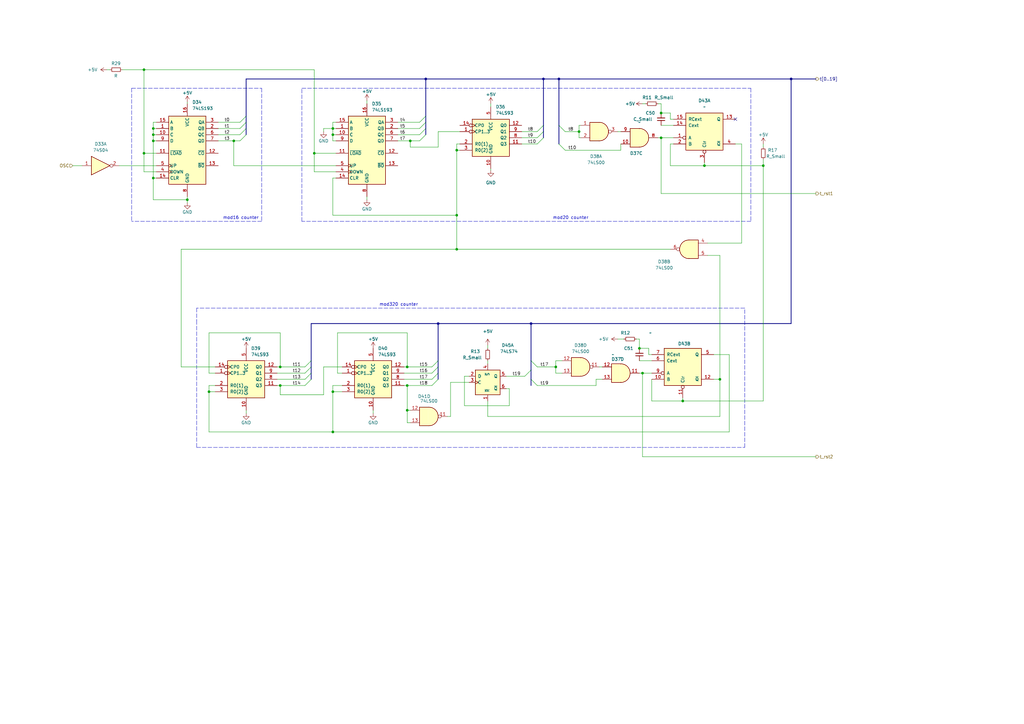
<source format=kicad_sch>
(kicad_sch (version 20211123) (generator eeschema)
  (paper "A3")
  (lib_symbols
    (symbol "74xx:74LS00" (pin_names (offset 1.016))
      (property "Reference" "U" (at 0 1.27 0))
      (property "Value" "74LS00" (at 0 -1.27 0))
      (symbol "74LS00_1_1"
        (arc (start 0 -3.81) (mid 3.81 0) (end 0 3.81) (stroke (width 0.254)) (fill (type background)))
        (polyline (pts (xy 0 3.81) (xy -3.81 3.81) (xy -3.81 -3.81) (xy 0 -3.81)) (stroke (width 0.254)) (fill (type background)))
        (pin input line (at -7.62 2.54 0) (length 3.81) (name "~") (number "1"))
        (pin input line (at -7.62 -2.54 0) (length 3.81) (name "~") (number "2"))
        (pin output inverted (at 7.62 0 180) (length 3.81) (name "~") (number "3"))
      )
      (symbol "74LS00_1_2"
        (arc (start -3.81 -3.81) (mid -2.589 0) (end -3.81 3.81) (stroke (width 0.254)))
        (arc (start -0.6096 -3.81) (mid 2.1842 -2.5851) (end 3.81 0) (stroke (width 0.254)) (fill (type background)))
        (polyline (pts (xy -3.81 -3.81) (xy -0.635 -3.81)) (stroke (width 0.254)) (fill (type background)))
        (polyline (pts (xy -3.81 3.81) (xy -0.635 3.81)) (stroke (width 0.254)) (fill (type background)))
        (polyline (pts (xy -0.635 3.81) (xy -3.81 3.81) (xy -3.81 3.81) (xy -3.556 3.4036) (xy -3.0226 2.2606) (xy -2.6924 1.0414) (xy -2.6162 -0.254) (xy -2.7686 -1.4986) (xy -3.175 -2.7178) (xy -3.81 -3.81) (xy -3.81 -3.81) (xy -0.635 -3.81)) (stroke (width -25.4)) (fill (type background)))
        (arc (start 3.81 0) (mid 2.1915 2.5936) (end -0.6096 3.81) (stroke (width 0.254)) (fill (type background)))
        (pin input inverted (at -7.62 2.54 0) (length 4.318) (name "~") (number "1"))
        (pin input inverted (at -7.62 -2.54 0) (length 4.318) (name "~") (number "2"))
        (pin output line (at 7.62 0 180) (length 3.81) (name "~") (number "3"))
      )
      (symbol "74LS00_2_1"
        (arc (start 0 -3.81) (mid 3.81 0) (end 0 3.81) (stroke (width 0.254)) (fill (type background)))
        (polyline (pts (xy 0 3.81) (xy -3.81 3.81) (xy -3.81 -3.81) (xy 0 -3.81)) (stroke (width 0.254)) (fill (type background)))
        (pin input line (at -7.62 2.54 0) (length 3.81) (name "~") (number "4"))
        (pin input line (at -7.62 -2.54 0) (length 3.81) (name "~") (number "5"))
        (pin output inverted (at 7.62 0 180) (length 3.81) (name "~") (number "6"))
      )
      (symbol "74LS00_2_2"
        (arc (start -3.81 -3.81) (mid -2.589 0) (end -3.81 3.81) (stroke (width 0.254)))
        (arc (start -0.6096 -3.81) (mid 2.1842 -2.5851) (end 3.81 0) (stroke (width 0.254)) (fill (type background)))
        (polyline (pts (xy -3.81 -3.81) (xy -0.635 -3.81)) (stroke (width 0.254)) (fill (type background)))
        (polyline (pts (xy -3.81 3.81) (xy -0.635 3.81)) (stroke (width 0.254)) (fill (type background)))
        (polyline (pts (xy -0.635 3.81) (xy -3.81 3.81) (xy -3.81 3.81) (xy -3.556 3.4036) (xy -3.0226 2.2606) (xy -2.6924 1.0414) (xy -2.6162 -0.254) (xy -2.7686 -1.4986) (xy -3.175 -2.7178) (xy -3.81 -3.81) (xy -3.81 -3.81) (xy -0.635 -3.81)) (stroke (width -25.4)) (fill (type background)))
        (arc (start 3.81 0) (mid 2.1915 2.5936) (end -0.6096 3.81) (stroke (width 0.254)) (fill (type background)))
        (pin input inverted (at -7.62 2.54 0) (length 4.318) (name "~") (number "4"))
        (pin input inverted (at -7.62 -2.54 0) (length 4.318) (name "~") (number "5"))
        (pin output line (at 7.62 0 180) (length 3.81) (name "~") (number "6"))
      )
      (symbol "74LS00_3_1"
        (arc (start 0 -3.81) (mid 3.81 0) (end 0 3.81) (stroke (width 0.254)) (fill (type background)))
        (polyline (pts (xy 0 3.81) (xy -3.81 3.81) (xy -3.81 -3.81) (xy 0 -3.81)) (stroke (width 0.254)) (fill (type background)))
        (pin input line (at -7.62 -2.54 0) (length 3.81) (name "~") (number "10"))
        (pin output inverted (at 7.62 0 180) (length 3.81) (name "~") (number "8"))
        (pin input line (at -7.62 2.54 0) (length 3.81) (name "~") (number "9"))
      )
      (symbol "74LS00_3_2"
        (arc (start -3.81 -3.81) (mid -2.589 0) (end -3.81 3.81) (stroke (width 0.254)))
        (arc (start -0.6096 -3.81) (mid 2.1842 -2.5851) (end 3.81 0) (stroke (width 0.254)) (fill (type background)))
        (polyline (pts (xy -3.81 -3.81) (xy -0.635 -3.81)) (stroke (width 0.254)) (fill (type background)))
        (polyline (pts (xy -3.81 3.81) (xy -0.635 3.81)) (stroke (width 0.254)) (fill (type background)))
        (polyline (pts (xy -0.635 3.81) (xy -3.81 3.81) (xy -3.81 3.81) (xy -3.556 3.4036) (xy -3.0226 2.2606) (xy -2.6924 1.0414) (xy -2.6162 -0.254) (xy -2.7686 -1.4986) (xy -3.175 -2.7178) (xy -3.81 -3.81) (xy -3.81 -3.81) (xy -0.635 -3.81)) (stroke (width -25.4)) (fill (type background)))
        (arc (start 3.81 0) (mid 2.1915 2.5936) (end -0.6096 3.81) (stroke (width 0.254)) (fill (type background)))
        (pin input inverted (at -7.62 -2.54 0) (length 4.318) (name "~") (number "10"))
        (pin output line (at 7.62 0 180) (length 3.81) (name "~") (number "8"))
        (pin input inverted (at -7.62 2.54 0) (length 4.318) (name "~") (number "9"))
      )
      (symbol "74LS00_4_1"
        (arc (start 0 -3.81) (mid 3.81 0) (end 0 3.81) (stroke (width 0.254)) (fill (type background)))
        (polyline (pts (xy 0 3.81) (xy -3.81 3.81) (xy -3.81 -3.81) (xy 0 -3.81)) (stroke (width 0.254)) (fill (type background)))
        (pin output inverted (at 7.62 0 180) (length 3.81) (name "~") (number "11"))
        (pin input line (at -7.62 2.54 0) (length 3.81) (name "~") (number "12"))
        (pin input line (at -7.62 -2.54 0) (length 3.81) (name "~") (number "13"))
      )
      (symbol "74LS00_4_2"
        (arc (start -3.81 -3.81) (mid -2.589 0) (end -3.81 3.81) (stroke (width 0.254)))
        (arc (start -0.6096 -3.81) (mid 2.1842 -2.5851) (end 3.81 0) (stroke (width 0.254)) (fill (type background)))
        (polyline (pts (xy -3.81 -3.81) (xy -0.635 -3.81)) (stroke (width 0.254)) (fill (type background)))
        (polyline (pts (xy -3.81 3.81) (xy -0.635 3.81)) (stroke (width 0.254)) (fill (type background)))
        (polyline (pts (xy -0.635 3.81) (xy -3.81 3.81) (xy -3.81 3.81) (xy -3.556 3.4036) (xy -3.0226 2.2606) (xy -2.6924 1.0414) (xy -2.6162 -0.254) (xy -2.7686 -1.4986) (xy -3.175 -2.7178) (xy -3.81 -3.81) (xy -3.81 -3.81) (xy -0.635 -3.81)) (stroke (width -25.4)) (fill (type background)))
        (arc (start 3.81 0) (mid 2.1915 2.5936) (end -0.6096 3.81) (stroke (width 0.254)) (fill (type background)))
        (pin output line (at 7.62 0 180) (length 3.81) (name "~") (number "11"))
        (pin input inverted (at -7.62 2.54 0) (length 4.318) (name "~") (number "12"))
        (pin input inverted (at -7.62 -2.54 0) (length 4.318) (name "~") (number "13"))
      )
      (symbol "74LS00_5_0"
        (pin power_in line (at 0 12.7 270) (length 5.08) (name "VCC") (number "14"))
        (pin power_in line (at 0 -12.7 90) (length 5.08) (name "GND") (number "7"))
      )
      (symbol "74LS00_5_1"
        (rectangle (start -5.08 7.62) (end 5.08 -7.62) (stroke (width 0.254)) (fill (type background)))
      )
    )
    (symbol "74xx:74LS04"
      (property "Reference" "U" (at 0 1.27 0))
      (property "Value" "74LS04" (at 0 -1.27 0))
      (symbol "74LS04_1_0"
        (polyline (pts (xy -3.81 3.81) (xy -3.81 -3.81) (xy 3.81 0) (xy -3.81 3.81)) (stroke (width 0.254)) (fill (type background)))
        (pin input line (at -7.62 0 0) (length 3.81) (name "~") (number "1"))
        (pin output inverted (at 7.62 0 180) (length 3.81) (name "~") (number "2"))
      )
      (symbol "74LS04_2_0"
        (polyline (pts (xy -3.81 3.81) (xy -3.81 -3.81) (xy 3.81 0) (xy -3.81 3.81)) (stroke (width 0.254)) (fill (type background)))
        (pin input line (at -7.62 0 0) (length 3.81) (name "~") (number "3"))
        (pin output inverted (at 7.62 0 180) (length 3.81) (name "~") (number "4"))
      )
      (symbol "74LS04_3_0"
        (polyline (pts (xy -3.81 3.81) (xy -3.81 -3.81) (xy 3.81 0) (xy -3.81 3.81)) (stroke (width 0.254)) (fill (type background)))
        (pin input line (at -7.62 0 0) (length 3.81) (name "~") (number "5"))
        (pin output inverted (at 7.62 0 180) (length 3.81) (name "~") (number "6"))
      )
      (symbol "74LS04_4_0"
        (polyline (pts (xy -3.81 3.81) (xy -3.81 -3.81) (xy 3.81 0) (xy -3.81 3.81)) (stroke (width 0.254)) (fill (type background)))
        (pin output inverted (at 7.62 0 180) (length 3.81) (name "~") (number "8"))
        (pin input line (at -7.62 0 0) (length 3.81) (name "~") (number "9"))
      )
      (symbol "74LS04_5_0"
        (polyline (pts (xy -3.81 3.81) (xy -3.81 -3.81) (xy 3.81 0) (xy -3.81 3.81)) (stroke (width 0.254)) (fill (type background)))
        (pin output inverted (at 7.62 0 180) (length 3.81) (name "~") (number "10"))
        (pin input line (at -7.62 0 0) (length 3.81) (name "~") (number "11"))
      )
      (symbol "74LS04_6_0"
        (polyline (pts (xy -3.81 3.81) (xy -3.81 -3.81) (xy 3.81 0) (xy -3.81 3.81)) (stroke (width 0.254)) (fill (type background)))
        (pin output inverted (at 7.62 0 180) (length 3.81) (name "~") (number "12"))
        (pin input line (at -7.62 0 0) (length 3.81) (name "~") (number "13"))
      )
      (symbol "74LS04_7_0"
        (pin power_in line (at 0 12.7 270) (length 5.08) (name "VCC") (number "14"))
        (pin power_in line (at 0 -12.7 90) (length 5.08) (name "GND") (number "7"))
      )
      (symbol "74LS04_7_1"
        (rectangle (start -5.08 7.62) (end 5.08 -7.62) (stroke (width 0.254)) (fill (type background)))
      )
    )
    (symbol "74xx:74LS08" (pin_names (offset 1.016))
      (property "Reference" "U" (at 0 1.27 0))
      (property "Value" "74LS08" (at 0 -1.27 0))
      (symbol "74LS08_1_1"
        (arc (start 0 -3.81) (mid 3.81 0) (end 0 3.81) (stroke (width 0.254)) (fill (type background)))
        (polyline (pts (xy 0 3.81) (xy -3.81 3.81) (xy -3.81 -3.81) (xy 0 -3.81)) (stroke (width 0.254)) (fill (type background)))
        (pin input line (at -7.62 2.54 0) (length 3.81) (name "~") (number "1"))
        (pin input line (at -7.62 -2.54 0) (length 3.81) (name "~") (number "2"))
        (pin output line (at 7.62 0 180) (length 3.81) (name "~") (number "3"))
      )
      (symbol "74LS08_1_2"
        (arc (start -3.81 -3.81) (mid -2.589 0) (end -3.81 3.81) (stroke (width 0.254)))
        (arc (start -0.6096 -3.81) (mid 2.1842 -2.5851) (end 3.81 0) (stroke (width 0.254)) (fill (type background)))
        (polyline (pts (xy -3.81 -3.81) (xy -0.635 -3.81)) (stroke (width 0.254)) (fill (type background)))
        (polyline (pts (xy -3.81 3.81) (xy -0.635 3.81)) (stroke (width 0.254)) (fill (type background)))
        (polyline (pts (xy -0.635 3.81) (xy -3.81 3.81) (xy -3.81 3.81) (xy -3.556 3.4036) (xy -3.0226 2.2606) (xy -2.6924 1.0414) (xy -2.6162 -0.254) (xy -2.7686 -1.4986) (xy -3.175 -2.7178) (xy -3.81 -3.81) (xy -3.81 -3.81) (xy -0.635 -3.81)) (stroke (width -25.4)) (fill (type background)))
        (arc (start 3.81 0) (mid 2.1915 2.5936) (end -0.6096 3.81) (stroke (width 0.254)) (fill (type background)))
        (pin input inverted (at -7.62 2.54 0) (length 4.318) (name "~") (number "1"))
        (pin input inverted (at -7.62 -2.54 0) (length 4.318) (name "~") (number "2"))
        (pin output inverted (at 7.62 0 180) (length 3.81) (name "~") (number "3"))
      )
      (symbol "74LS08_2_1"
        (arc (start 0 -3.81) (mid 3.81 0) (end 0 3.81) (stroke (width 0.254)) (fill (type background)))
        (polyline (pts (xy 0 3.81) (xy -3.81 3.81) (xy -3.81 -3.81) (xy 0 -3.81)) (stroke (width 0.254)) (fill (type background)))
        (pin input line (at -7.62 2.54 0) (length 3.81) (name "~") (number "4"))
        (pin input line (at -7.62 -2.54 0) (length 3.81) (name "~") (number "5"))
        (pin output line (at 7.62 0 180) (length 3.81) (name "~") (number "6"))
      )
      (symbol "74LS08_2_2"
        (arc (start -3.81 -3.81) (mid -2.589 0) (end -3.81 3.81) (stroke (width 0.254)))
        (arc (start -0.6096 -3.81) (mid 2.1842 -2.5851) (end 3.81 0) (stroke (width 0.254)) (fill (type background)))
        (polyline (pts (xy -3.81 -3.81) (xy -0.635 -3.81)) (stroke (width 0.254)) (fill (type background)))
        (polyline (pts (xy -3.81 3.81) (xy -0.635 3.81)) (stroke (width 0.254)) (fill (type background)))
        (polyline (pts (xy -0.635 3.81) (xy -3.81 3.81) (xy -3.81 3.81) (xy -3.556 3.4036) (xy -3.0226 2.2606) (xy -2.6924 1.0414) (xy -2.6162 -0.254) (xy -2.7686 -1.4986) (xy -3.175 -2.7178) (xy -3.81 -3.81) (xy -3.81 -3.81) (xy -0.635 -3.81)) (stroke (width -25.4)) (fill (type background)))
        (arc (start 3.81 0) (mid 2.1915 2.5936) (end -0.6096 3.81) (stroke (width 0.254)) (fill (type background)))
        (pin input inverted (at -7.62 2.54 0) (length 4.318) (name "~") (number "4"))
        (pin input inverted (at -7.62 -2.54 0) (length 4.318) (name "~") (number "5"))
        (pin output inverted (at 7.62 0 180) (length 3.81) (name "~") (number "6"))
      )
      (symbol "74LS08_3_1"
        (arc (start 0 -3.81) (mid 3.81 0) (end 0 3.81) (stroke (width 0.254)) (fill (type background)))
        (polyline (pts (xy 0 3.81) (xy -3.81 3.81) (xy -3.81 -3.81) (xy 0 -3.81)) (stroke (width 0.254)) (fill (type background)))
        (pin input line (at -7.62 -2.54 0) (length 3.81) (name "~") (number "10"))
        (pin output line (at 7.62 0 180) (length 3.81) (name "~") (number "8"))
        (pin input line (at -7.62 2.54 0) (length 3.81) (name "~") (number "9"))
      )
      (symbol "74LS08_3_2"
        (arc (start -3.81 -3.81) (mid -2.589 0) (end -3.81 3.81) (stroke (width 0.254)))
        (arc (start -0.6096 -3.81) (mid 2.1842 -2.5851) (end 3.81 0) (stroke (width 0.254)) (fill (type background)))
        (polyline (pts (xy -3.81 -3.81) (xy -0.635 -3.81)) (stroke (width 0.254)) (fill (type background)))
        (polyline (pts (xy -3.81 3.81) (xy -0.635 3.81)) (stroke (width 0.254)) (fill (type background)))
        (polyline (pts (xy -0.635 3.81) (xy -3.81 3.81) (xy -3.81 3.81) (xy -3.556 3.4036) (xy -3.0226 2.2606) (xy -2.6924 1.0414) (xy -2.6162 -0.254) (xy -2.7686 -1.4986) (xy -3.175 -2.7178) (xy -3.81 -3.81) (xy -3.81 -3.81) (xy -0.635 -3.81)) (stroke (width -25.4)) (fill (type background)))
        (arc (start 3.81 0) (mid 2.1915 2.5936) (end -0.6096 3.81) (stroke (width 0.254)) (fill (type background)))
        (pin input inverted (at -7.62 -2.54 0) (length 4.318) (name "~") (number "10"))
        (pin output inverted (at 7.62 0 180) (length 3.81) (name "~") (number "8"))
        (pin input inverted (at -7.62 2.54 0) (length 4.318) (name "~") (number "9"))
      )
      (symbol "74LS08_4_1"
        (arc (start 0 -3.81) (mid 3.81 0) (end 0 3.81) (stroke (width 0.254)) (fill (type background)))
        (polyline (pts (xy 0 3.81) (xy -3.81 3.81) (xy -3.81 -3.81) (xy 0 -3.81)) (stroke (width 0.254)) (fill (type background)))
        (pin output line (at 7.62 0 180) (length 3.81) (name "~") (number "11"))
        (pin input line (at -7.62 2.54 0) (length 3.81) (name "~") (number "12"))
        (pin input line (at -7.62 -2.54 0) (length 3.81) (name "~") (number "13"))
      )
      (symbol "74LS08_4_2"
        (arc (start -3.81 -3.81) (mid -2.589 0) (end -3.81 3.81) (stroke (width 0.254)))
        (arc (start -0.6096 -3.81) (mid 2.1842 -2.5851) (end 3.81 0) (stroke (width 0.254)) (fill (type background)))
        (polyline (pts (xy -3.81 -3.81) (xy -0.635 -3.81)) (stroke (width 0.254)) (fill (type background)))
        (polyline (pts (xy -3.81 3.81) (xy -0.635 3.81)) (stroke (width 0.254)) (fill (type background)))
        (polyline (pts (xy -0.635 3.81) (xy -3.81 3.81) (xy -3.81 3.81) (xy -3.556 3.4036) (xy -3.0226 2.2606) (xy -2.6924 1.0414) (xy -2.6162 -0.254) (xy -2.7686 -1.4986) (xy -3.175 -2.7178) (xy -3.81 -3.81) (xy -3.81 -3.81) (xy -0.635 -3.81)) (stroke (width -25.4)) (fill (type background)))
        (arc (start 3.81 0) (mid 2.1915 2.5936) (end -0.6096 3.81) (stroke (width 0.254)) (fill (type background)))
        (pin output inverted (at 7.62 0 180) (length 3.81) (name "~") (number "11"))
        (pin input inverted (at -7.62 2.54 0) (length 4.318) (name "~") (number "12"))
        (pin input inverted (at -7.62 -2.54 0) (length 4.318) (name "~") (number "13"))
      )
      (symbol "74LS08_5_0"
        (pin power_in line (at 0 12.7 270) (length 5.08) (name "VCC") (number "14"))
        (pin power_in line (at 0 -12.7 90) (length 5.08) (name "GND") (number "7"))
      )
      (symbol "74LS08_5_1"
        (rectangle (start -5.08 7.62) (end 5.08 -7.62) (stroke (width 0.254)) (fill (type background)))
      )
    )
    (symbol "74xx:74LS123" (pin_names (offset 1.016))
      (property "Reference" "U" (at -7.62 8.89 0))
      (property "Value" "74LS123" (at -7.62 -8.89 0))
      (symbol "74LS123_1_0"
        (pin input inverted (at -12.7 -2.54 0) (length 5.08) (name "A") (number "1"))
        (pin output line (at 12.7 5.08 180) (length 5.08) (name "Q") (number "13"))
        (pin input line (at -12.7 2.54 0) (length 5.08) (name "Cext") (number "14"))
        (pin input line (at -12.7 5.08 0) (length 5.08) (name "RCext") (number "15"))
        (pin input line (at -12.7 -5.08 0) (length 5.08) (name "B") (number "2"))
        (pin input inverted (at 0 -12.7 90) (length 5.08) (name "Clr") (number "3"))
        (pin output line (at 12.7 -5.08 180) (length 5.08) (name "~{Q}") (number "4"))
      )
      (symbol "74LS123_1_1"
        (rectangle (start -7.62 7.62) (end 7.62 -7.62) (stroke (width 0.254)) (fill (type background)))
      )
      (symbol "74LS123_2_0"
        (pin input line (at -12.7 -5.08 0) (length 5.08) (name "B") (number "10"))
        (pin input inverted (at 0 -12.7 90) (length 5.08) (name "Clr") (number "11"))
        (pin output line (at 12.7 -5.08 180) (length 5.08) (name "~{Q}") (number "12"))
        (pin output line (at 12.7 5.08 180) (length 5.08) (name "Q") (number "5"))
        (pin input line (at -12.7 2.54 0) (length 5.08) (name "Cext") (number "6"))
        (pin input line (at -12.7 5.08 0) (length 5.08) (name "RCext") (number "7"))
        (pin input inverted (at -12.7 -2.54 0) (length 5.08) (name "A") (number "9"))
      )
      (symbol "74LS123_2_1"
        (rectangle (start -7.62 7.62) (end 7.62 -7.62) (stroke (width 0.254)) (fill (type background)))
      )
      (symbol "74LS123_3_0"
        (pin power_in line (at 0 12.7 270) (length 5.08) (name "VCC") (number "16"))
        (pin power_in line (at 0 -12.7 90) (length 5.08) (name "GND") (number "8"))
      )
      (symbol "74LS123_3_1"
        (rectangle (start -5.08 7.62) (end 5.08 -7.62) (stroke (width 0.254)) (fill (type background)))
      )
    )
    (symbol "74xx:74LS193"
      (property "Reference" "U" (at -7.62 13.97 0))
      (property "Value" "74LS193" (at 5.08 13.97 0))
      (symbol "74LS193_1_0"
        (pin input line (at -12.7 7.62 0) (length 5.08) (name "B") (number "1"))
        (pin input line (at -12.7 5.08 0) (length 5.08) (name "C") (number "10"))
        (pin input line (at -12.7 -2.54 0) (length 5.08) (name "~{LOAD}") (number "11"))
        (pin output line (at 12.7 -2.54 180) (length 5.08) (name "~{CO}") (number "12"))
        (pin output line (at 12.7 -7.62 180) (length 5.08) (name "~{BO}") (number "13"))
        (pin input line (at -12.7 -12.7 0) (length 5.08) (name "CLR") (number "14"))
        (pin input line (at -12.7 10.16 0) (length 5.08) (name "A") (number "15"))
        (pin power_in line (at 0 17.78 270) (length 5.08) (name "VCC") (number "16"))
        (pin output line (at 12.7 7.62 180) (length 5.08) (name "QB") (number "2"))
        (pin output line (at 12.7 10.16 180) (length 5.08) (name "QA") (number "3"))
        (pin input clock (at -12.7 -10.16 0) (length 5.08) (name "DOWN") (number "4"))
        (pin input clock (at -12.7 -7.62 0) (length 5.08) (name "UP") (number "5"))
        (pin output line (at 12.7 5.08 180) (length 5.08) (name "QC") (number "6"))
        (pin output line (at 12.7 2.54 180) (length 5.08) (name "QD") (number "7"))
        (pin power_in line (at 0 -20.32 90) (length 5.08) (name "GND") (number "8"))
        (pin input line (at -12.7 2.54 0) (length 5.08) (name "D") (number "9"))
      )
      (symbol "74LS193_1_1"
        (rectangle (start -7.62 12.7) (end 7.62 -15.24) (stroke (width 0.254)) (fill (type background)))
      )
    )
    (symbol "74xx:74LS74" (pin_names (offset 1.016))
      (property "Reference" "U" (at -7.62 8.89 0))
      (property "Value" "74LS74" (at -7.62 -8.89 0))
      (symbol "74LS74_1_0"
        (pin input line (at 0 -7.62 90) (length 2.54) (name "~{R}") (number "1"))
        (pin input line (at -7.62 2.54 0) (length 2.54) (name "D") (number "2"))
        (pin input clock (at -7.62 0 0) (length 2.54) (name "C") (number "3"))
        (pin input line (at 0 7.62 270) (length 2.54) (name "~{S}") (number "4"))
        (pin output line (at 7.62 2.54 180) (length 2.54) (name "Q") (number "5"))
        (pin output line (at 7.62 -2.54 180) (length 2.54) (name "~{Q}") (number "6"))
      )
      (symbol "74LS74_1_1"
        (rectangle (start -5.08 5.08) (end 5.08 -5.08) (stroke (width 0.254)) (fill (type background)))
      )
      (symbol "74LS74_2_0"
        (pin input line (at 0 7.62 270) (length 2.54) (name "~{S}") (number "10"))
        (pin input clock (at -7.62 0 0) (length 2.54) (name "C") (number "11"))
        (pin input line (at -7.62 2.54 0) (length 2.54) (name "D") (number "12"))
        (pin input line (at 0 -7.62 90) (length 2.54) (name "~{R}") (number "13"))
        (pin output line (at 7.62 -2.54 180) (length 2.54) (name "~{Q}") (number "8"))
        (pin output line (at 7.62 2.54 180) (length 2.54) (name "Q") (number "9"))
      )
      (symbol "74LS74_2_1"
        (rectangle (start -5.08 5.08) (end 5.08 -5.08) (stroke (width 0.254)) (fill (type background)))
      )
      (symbol "74LS74_3_0"
        (pin power_in line (at 0 10.16 270) (length 2.54) (name "VCC") (number "14"))
        (pin power_in line (at 0 -10.16 90) (length 2.54) (name "GND") (number "7"))
      )
      (symbol "74LS74_3_1"
        (rectangle (start -5.08 7.62) (end 5.08 -7.62) (stroke (width 0.254)) (fill (type background)))
      )
    )
    (symbol "74xx:74LS93" (pin_names (offset 1.016))
      (property "Reference" "U" (at -7.62 8.89 0))
      (property "Value" "74LS93" (at -7.62 -8.89 0))
      (symbol "74LS93_1_0"
        (pin input inverted_clock (at -12.7 2.54 0) (length 5.08) (name "CP1..3") (number "1"))
        (pin power_in line (at 0 -12.7 90) (length 5.08) (name "GND") (number "10"))
        (pin output line (at 12.7 -2.54 180) (length 5.08) (name "Q3") (number "11"))
        (pin output line (at 12.7 5.08 180) (length 5.08) (name "Q0") (number "12"))
        (pin input inverted_clock (at -12.7 5.08 0) (length 5.08) (name "CP0") (number "14"))
        (pin input line (at -12.7 -2.54 0) (length 5.08) (name "R0(1)") (number "2"))
        (pin input line (at -12.7 -5.08 0) (length 5.08) (name "R0(2)") (number "3"))
        (pin power_in line (at 0 12.7 270) (length 5.08) (name "VCC") (number "5"))
        (pin output line (at 12.7 0 180) (length 5.08) (name "Q2") (number "8"))
        (pin output line (at 12.7 2.54 180) (length 5.08) (name "Q1") (number "9"))
      )
      (symbol "74LS93_1_1"
        (rectangle (start -7.62 7.62) (end 7.62 -7.62) (stroke (width 0.254)) (fill (type background)))
      )
    )
    (symbol "Device:C_Small" (pin_numbers hide) (pin_names (offset 0.254) hide)
      (property "Reference" "C" (at 0.254 1.778 0))
      (property "Value" "C_Small" (at 0.254 -2.032 0))
      (symbol "C_Small_0_1"
        (polyline (pts (xy -1.524 -0.508) (xy 1.524 -0.508)) (stroke (width 0.3302)))
        (polyline (pts (xy -1.524 0.508) (xy 1.524 0.508)) (stroke (width 0.3048)))
      )
      (symbol "C_Small_1_1"
        (pin passive line (at 0 2.54 270) (length 2.032) (name "~") (number "1"))
        (pin passive line (at 0 -2.54 90) (length 2.032) (name "~") (number "2"))
      )
    )
    (symbol "Device:R_Small" (pin_numbers hide) (pin_names (offset 0.254) hide)
      (property "Reference" "R" (at 0.762 0.508 0))
      (property "Value" "R_Small" (at 0.762 -1.016 0))
      (symbol "R_Small_0_1"
        (rectangle (start -0.762 1.778) (end 0.762 -1.778) (stroke (width 0.2032)))
      )
      (symbol "R_Small_1_1"
        (pin passive line (at 0 2.54 270) (length 0.762) (name "~") (number "1"))
        (pin passive line (at 0 -2.54 90) (length 0.762) (name "~") (number "2"))
      )
    )
    (symbol "power:+5V" (power) (pin_names (offset 0))
      (property "Value" "+5V" (at 0 3.556 0))
      (symbol "+5V_0_1"
        (polyline (pts (xy -0.762 1.27) (xy 0 2.54)))
        (polyline (pts (xy 0 0) (xy 0 2.54)))
        (polyline (pts (xy 0 2.54) (xy 0.762 1.27)))
      )
      (symbol "+5V_1_1"
        (pin power_in line (at 0 0 90) (length 0) hide (name "+5V") (number "1"))
      )
    )
    (symbol "power:GND" (power) (pin_names (offset 0))
      (property "Value" "GND" (at 0 -3.81 0))
      (symbol "GND_0_1"
        (polyline (pts (xy 0 0) (xy 0 -1.27) (xy 1.27 -1.27) (xy 0 -2.54) (xy -1.27 -1.27) (xy 0 -1.27)))
      )
      (symbol "GND_1_1"
        (pin power_in line (at 0 0 270) (length 0) hide (name "GND") (number "1"))
      )
    )
  )
  (junction (at 62.865 52.705))
  (junction (at 62.865 55.245))
  (junction (at 237.49 53.975))
  (junction (at 324.485 32.385))
  (junction (at 187.325 88.265))
  (junction (at 295.275 155.575))
  (junction (at 114.935 158.115))
  (junction (at 95.885 57.785))
  (junction (at 227.965 150.495))
  (junction (at 271.145 46.355))
  (junction (at 62.865 57.785))
  (junction (at 222.885 32.385))
  (junction (at 187.325 102.235))
  (junction (at 174.625 32.385))
  (junction (at 167.005 158.115))
  (junction (at 217.805 132.715))
  (junction (at 262.255 142.875))
  (junction (at 187.325 61.595))
  (junction (at 229.235 32.385))
  (junction (at 136.525 55.245))
  (junction (at 136.525 160.655))
  (junction (at 59.055 62.865))
  (junction (at 271.145 56.515))
  (junction (at 167.005 168.275))
  (junction (at 59.055 28.575))
  (junction (at 313.055 67.945))
  (junction (at 168.275 57.785))
  (junction (at 62.865 73.025))
  (junction (at 136.525 52.705))
  (junction (at 76.835 81.915))
  (junction (at 280.035 164.465))
  (junction (at 288.925 67.945))
  (junction (at 167.005 150.495))
  (junction (at 128.905 62.865))
  (junction (at 85.725 160.655))
  (junction (at 136.525 177.165))
  (junction (at 179.705 132.715))
  (junction (at 114.935 150.495))
  (junction (at 263.525 153.035))
  (no_connect (at 301.625 48.895))
  (bus_entry (at 177.165 158.115) (size 2.54 -2.54))
  (bus_entry (at 125.095 153.035) (size 2.54 -2.54))
  (bus_entry (at 125.095 155.575) (size 2.54 -2.54))
  (bus_entry (at 177.165 155.575) (size 2.54 -2.54))
  (bus_entry (at 217.805 155.575) (size 2.54 2.54))
  (bus_entry (at 220.345 59.055) (size 2.54 -2.54))
  (bus_entry (at 220.345 53.975) (size 2.54 -2.54))
  (bus_entry (at 220.345 56.515) (size 2.54 -2.54))
  (bus_entry (at 215.265 154.305) (size 2.54 -2.54))
  (bus_entry (at 177.165 153.035) (size 2.54 -2.54))
  (bus_entry (at 125.095 158.115) (size 2.54 -2.54))
  (bus_entry (at 125.095 150.495) (size 2.54 -2.54))
  (bus_entry (at 98.425 57.785) (size 2.54 -2.54))
  (bus_entry (at 98.425 55.245) (size 2.54 -2.54))
  (bus_entry (at 98.425 50.165) (size 2.54 -2.54))
  (bus_entry (at 98.425 52.705) (size 2.54 -2.54))
  (bus_entry (at 229.235 51.435) (size 2.54 2.54))
  (bus_entry (at 229.235 59.055) (size 2.54 2.54))
  (bus_entry (at 177.165 150.495) (size 2.54 -2.54))
  (bus_entry (at 172.085 57.785) (size 2.54 -2.54))
  (bus_entry (at 172.085 50.165) (size 2.54 -2.54))
  (bus_entry (at 172.085 52.705) (size 2.54 -2.54))
  (bus_entry (at 172.085 55.245) (size 2.54 -2.54))
  (bus_entry (at 217.805 147.955) (size 2.54 2.54))
  (bus (pts (xy 217.805 132.715) (xy 324.485 132.715)))
  (wire (pts (xy 150.495 80.645) (xy 150.495 81.915)))
  (wire (pts (xy 89.535 57.785) (xy 95.885 57.785)))
  (polyline (pts (xy 107.315 36.195) (xy 107.315 90.805)))
  (wire (pts (xy 187.325 59.055) (xy 187.325 61.595)))
  (wire (pts (xy 266.065 142.875) (xy 262.255 142.875)))
  (wire (pts (xy 136.525 177.165) (xy 136.525 160.655)))
  (wire (pts (xy 89.535 50.165) (xy 98.425 50.165)))
  (polyline (pts (xy 80.645 183.515) (xy 305.435 183.515)))
  (polyline (pts (xy 53.975 36.195) (xy 53.975 90.805)))
  (wire (pts (xy 231.775 53.975) (xy 237.49 53.975)))
  (wire (pts (xy 163.195 50.165) (xy 172.085 50.165)))
  (wire (pts (xy 89.535 52.705) (xy 98.425 52.705)))
  (wire (pts (xy 167.005 173.355) (xy 168.275 173.355)))
  (wire (pts (xy 179.705 53.975) (xy 188.595 53.975)))
  (wire (pts (xy 76.835 41.91) (xy 76.835 42.545)))
  (wire (pts (xy 95.885 67.945) (xy 95.885 57.785)))
  (bus (pts (xy 222.885 32.385) (xy 174.625 32.385)))
  (wire (pts (xy 62.865 50.165) (xy 64.135 50.165)))
  (wire (pts (xy 136.525 52.705) (xy 136.525 55.245)))
  (wire (pts (xy 59.055 62.865) (xy 59.055 28.575)))
  (wire (pts (xy 62.865 73.025) (xy 62.865 57.785)))
  (bus (pts (xy 127.635 155.575) (xy 127.635 153.035)))
  (wire (pts (xy 29.845 67.945) (xy 33.655 67.945)))
  (wire (pts (xy 163.195 55.245) (xy 172.085 55.245)))
  (wire (pts (xy 201.295 69.215) (xy 201.295 69.85)))
  (wire (pts (xy 114.935 136.525) (xy 114.935 150.495)))
  (wire (pts (xy 262.255 153.035) (xy 263.525 153.035)))
  (wire (pts (xy 262.255 147.955) (xy 267.335 147.955)))
  (wire (pts (xy 167.005 150.495) (xy 177.165 150.495)))
  (wire (pts (xy 301.625 59.055) (xy 304.165 59.055)))
  (wire (pts (xy 43.815 28.575) (xy 45.085 28.575)))
  (wire (pts (xy 254.635 61.595) (xy 254.635 59.055)))
  (wire (pts (xy 208.915 159.385) (xy 207.645 159.385)))
  (wire (pts (xy 184.785 156.845) (xy 192.405 156.845)))
  (wire (pts (xy 136.525 88.265) (xy 187.325 88.265)))
  (wire (pts (xy 213.995 56.515) (xy 220.345 56.515)))
  (wire (pts (xy 59.055 62.865) (xy 59.055 70.485)))
  (bus (pts (xy 100.965 47.625) (xy 100.965 50.165)))
  (wire (pts (xy 85.725 158.115) (xy 85.725 160.655)))
  (wire (pts (xy 165.735 150.495) (xy 167.005 150.495)))
  (wire (pts (xy 263.525 153.035) (xy 267.335 153.035)))
  (wire (pts (xy 168.275 57.785) (xy 168.275 60.325)))
  (wire (pts (xy 132.715 150.495) (xy 132.715 161.925)))
  (bus (pts (xy 324.485 132.715) (xy 324.485 32.385)))
  (wire (pts (xy 48.895 67.945) (xy 64.135 67.945)))
  (wire (pts (xy 163.195 52.705) (xy 172.085 52.705)))
  (wire (pts (xy 113.665 153.035) (xy 125.095 153.035)))
  (wire (pts (xy 59.055 70.485) (xy 64.135 70.485)))
  (wire (pts (xy 128.905 62.865) (xy 128.905 70.485)))
  (wire (pts (xy 187.325 88.265) (xy 187.325 102.235)))
  (wire (pts (xy 74.295 102.235) (xy 74.295 150.495)))
  (wire (pts (xy 295.275 170.815) (xy 200.025 170.815)))
  (wire (pts (xy 237.49 51.435) (xy 237.49 53.975)))
  (wire (pts (xy 136.525 57.785) (xy 137.795 57.785)))
  (bus (pts (xy 324.485 32.385) (xy 334.645 32.385)))
  (wire (pts (xy 62.865 55.245) (xy 64.135 55.245)))
  (bus (pts (xy 179.705 147.955) (xy 179.705 150.495)))
  (wire (pts (xy 269.875 42.545) (xy 271.145 42.545)))
  (wire (pts (xy 138.43 136.525) (xy 167.005 136.525)))
  (wire (pts (xy 184.785 170.815) (xy 183.515 170.815)))
  (wire (pts (xy 299.085 177.165) (xy 299.085 145.415)))
  (polyline (pts (xy 80.645 131.445) (xy 80.645 183.515)))
  (wire (pts (xy 271.145 56.515) (xy 276.225 56.515)))
  (wire (pts (xy 184.785 170.815) (xy 184.785 156.845)))
  (wire (pts (xy 267.335 164.465) (xy 280.035 164.465)))
  (wire (pts (xy 208.915 166.37) (xy 208.915 159.385)))
  (wire (pts (xy 262.255 139.065) (xy 262.255 142.875)))
  (wire (pts (xy 276.225 48.895) (xy 274.955 48.895)))
  (wire (pts (xy 62.865 57.785) (xy 62.865 55.245)))
  (bus (pts (xy 179.705 153.035) (xy 179.705 155.575)))
  (wire (pts (xy 244.475 158.115) (xy 244.475 155.575)))
  (wire (pts (xy 114.935 150.495) (xy 125.095 150.495)))
  (wire (pts (xy 269.875 56.515) (xy 271.145 56.515)))
  (wire (pts (xy 167.005 136.525) (xy 167.005 150.495)))
  (wire (pts (xy 113.665 155.575) (xy 125.095 155.575)))
  (polyline (pts (xy 305.435 183.515) (xy 305.435 126.365)))
  (wire (pts (xy 295.275 155.575) (xy 295.275 104.775)))
  (wire (pts (xy 136.525 55.245) (xy 137.795 55.245)))
  (wire (pts (xy 128.905 62.865) (xy 128.905 28.575)))
  (wire (pts (xy 304.165 59.055) (xy 304.165 99.695)))
  (wire (pts (xy 207.645 154.305) (xy 215.265 154.305)))
  (wire (pts (xy 192.405 154.305) (xy 190.5 154.305)))
  (wire (pts (xy 227.965 150.495) (xy 227.965 153.035)))
  (bus (pts (xy 174.625 47.625) (xy 174.625 50.165)))
  (wire (pts (xy 85.725 136.525) (xy 114.935 136.525)))
  (wire (pts (xy 59.055 28.575) (xy 128.905 28.575)))
  (wire (pts (xy 271.145 42.545) (xy 271.145 46.355)))
  (bus (pts (xy 127.635 132.715) (xy 179.705 132.715)))
  (wire (pts (xy 85.725 160.655) (xy 88.265 160.655)))
  (wire (pts (xy 168.275 57.785) (xy 172.085 57.785)))
  (wire (pts (xy 85.725 153.035) (xy 85.725 136.525)))
  (wire (pts (xy 64.135 73.025) (xy 62.865 73.025)))
  (wire (pts (xy 290.195 104.775) (xy 295.275 104.775)))
  (wire (pts (xy 213.995 59.055) (xy 220.345 59.055)))
  (wire (pts (xy 136.525 160.655) (xy 140.335 160.655)))
  (wire (pts (xy 267.335 155.575) (xy 267.335 164.465)))
  (wire (pts (xy 64.135 57.785) (xy 62.865 57.785)))
  (wire (pts (xy 201.295 42.545) (xy 201.295 43.815)))
  (wire (pts (xy 271.145 56.515) (xy 271.145 79.375)))
  (bus (pts (xy 100.965 52.705) (xy 100.965 55.245)))
  (wire (pts (xy 190.5 154.305) (xy 190.5 166.37)))
  (wire (pts (xy 263.525 187.325) (xy 334.645 187.325)))
  (wire (pts (xy 280.035 164.465) (xy 313.055 164.465)))
  (wire (pts (xy 64.135 62.865) (xy 59.055 62.865)))
  (wire (pts (xy 187.325 61.595) (xy 187.325 88.265)))
  (wire (pts (xy 85.725 177.165) (xy 136.525 177.165)))
  (bus (pts (xy 222.885 56.515) (xy 222.885 53.975)))
  (wire (pts (xy 165.735 153.035) (xy 177.165 153.035)))
  (bus (pts (xy 100.965 50.165) (xy 100.965 52.705)))
  (bus (pts (xy 222.885 32.385) (xy 222.885 51.435)))
  (wire (pts (xy 168.275 60.325) (xy 179.705 60.325)))
  (wire (pts (xy 136.525 73.025) (xy 136.525 88.265)))
  (bus (pts (xy 127.635 147.955) (xy 127.635 132.715)))
  (wire (pts (xy 227.965 153.035) (xy 230.505 153.035)))
  (bus (pts (xy 100.965 32.385) (xy 100.965 47.625)))
  (wire (pts (xy 271.145 51.435) (xy 276.225 51.435)))
  (wire (pts (xy 276.225 59.055) (xy 274.955 59.055)))
  (wire (pts (xy 231.775 61.595) (xy 254.635 61.595)))
  (wire (pts (xy 132.715 52.705) (xy 136.525 52.705)))
  (wire (pts (xy 288.925 67.945) (xy 288.925 66.675)))
  (bus (pts (xy 179.705 132.715) (xy 179.705 147.955)))
  (wire (pts (xy 100.965 168.275) (xy 100.965 169.545)))
  (wire (pts (xy 266.065 145.415) (xy 266.065 142.875)))
  (wire (pts (xy 140.335 150.495) (xy 132.715 150.495)))
  (wire (pts (xy 62.865 81.915) (xy 76.835 81.915)))
  (wire (pts (xy 95.885 57.785) (xy 98.425 57.785)))
  (polyline (pts (xy 107.315 90.805) (xy 53.975 90.805)))
  (wire (pts (xy 200.025 164.465) (xy 200.025 170.815)))
  (wire (pts (xy 237.49 53.975) (xy 237.49 56.515)))
  (wire (pts (xy 187.325 61.595) (xy 188.595 61.595)))
  (wire (pts (xy 227.965 147.955) (xy 227.965 150.495)))
  (bus (pts (xy 174.625 32.385) (xy 174.625 47.625)))
  (bus (pts (xy 229.235 32.385) (xy 222.885 32.385)))
  (wire (pts (xy 153.035 168.275) (xy 153.035 169.545)))
  (wire (pts (xy 95.885 67.945) (xy 137.795 67.945)))
  (wire (pts (xy 165.735 158.115) (xy 167.005 158.115)))
  (bus (pts (xy 217.805 147.955) (xy 217.805 151.765)))
  (wire (pts (xy 62.865 52.705) (xy 62.865 55.245)))
  (wire (pts (xy 280.035 164.465) (xy 280.035 163.195)))
  (wire (pts (xy 85.725 160.655) (xy 85.725 177.165)))
  (wire (pts (xy 267.335 145.415) (xy 266.065 145.415)))
  (wire (pts (xy 245.745 150.495) (xy 247.015 150.495)))
  (wire (pts (xy 263.525 153.035) (xy 263.525 187.325)))
  (wire (pts (xy 295.275 170.815) (xy 295.275 155.575)))
  (wire (pts (xy 74.295 150.495) (xy 88.265 150.495)))
  (wire (pts (xy 253.365 139.065) (xy 255.905 139.065)))
  (wire (pts (xy 200.025 147.955) (xy 200.025 149.225)))
  (wire (pts (xy 113.665 158.115) (xy 114.935 158.115)))
  (polyline (pts (xy 53.975 36.195) (xy 107.315 36.195)))
  (wire (pts (xy 179.705 60.325) (xy 179.705 53.975)))
  (wire (pts (xy 313.055 59.055) (xy 313.055 60.325)))
  (polyline (pts (xy 123.825 36.195) (xy 307.975 36.195)))
  (polyline (pts (xy 307.975 90.805) (xy 123.825 90.805)))
  (wire (pts (xy 313.055 67.945) (xy 313.055 65.405)))
  (wire (pts (xy 132.715 161.925) (xy 114.935 161.925)))
  (bus (pts (xy 179.705 132.715) (xy 217.805 132.715)))
  (wire (pts (xy 136.525 158.115) (xy 136.525 160.655)))
  (wire (pts (xy 299.085 145.415) (xy 292.735 145.415)))
  (wire (pts (xy 167.005 158.115) (xy 167.005 168.275)))
  (bus (pts (xy 217.805 151.765) (xy 217.805 155.575)))
  (bus (pts (xy 174.625 50.165) (xy 174.625 52.705)))
  (wire (pts (xy 136.525 55.245) (xy 136.525 57.785)))
  (wire (pts (xy 88.265 158.115) (xy 85.725 158.115)))
  (wire (pts (xy 263.525 42.545) (xy 264.795 42.545)))
  (wire (pts (xy 260.985 139.065) (xy 262.255 139.065)))
  (wire (pts (xy 187.325 59.055) (xy 188.595 59.055)))
  (wire (pts (xy 253.365 53.975) (xy 254.635 53.975)))
  (wire (pts (xy 288.925 67.945) (xy 313.055 67.945)))
  (wire (pts (xy 50.165 28.575) (xy 59.055 28.575)))
  (wire (pts (xy 62.865 73.025) (xy 62.865 81.915)))
  (wire (pts (xy 136.525 52.705) (xy 137.795 52.705)))
  (wire (pts (xy 128.905 62.865) (xy 137.795 62.865)))
  (wire (pts (xy 76.835 81.915) (xy 76.835 80.645)))
  (wire (pts (xy 274.955 67.945) (xy 288.925 67.945)))
  (polyline (pts (xy 80.645 126.365) (xy 80.645 131.445)))
  (wire (pts (xy 238.125 51.435) (xy 237.49 51.435)))
  (bus (pts (xy 179.705 150.495) (xy 179.705 153.035)))
  (wire (pts (xy 271.145 79.375) (xy 334.645 79.375)))
  (wire (pts (xy 230.505 147.955) (xy 227.965 147.955)))
  (wire (pts (xy 114.935 158.115) (xy 114.935 161.925)))
  (polyline (pts (xy 307.975 36.195) (xy 307.975 90.805)))
  (wire (pts (xy 140.335 153.035) (xy 138.43 153.035)))
  (wire (pts (xy 274.955 46.355) (xy 271.145 46.355)))
  (wire (pts (xy 190.5 166.37) (xy 208.915 166.37)))
  (wire (pts (xy 168.275 168.275) (xy 167.005 168.275)))
  (wire (pts (xy 200.025 141.605) (xy 200.025 142.875)))
  (wire (pts (xy 137.795 73.025) (xy 136.525 73.025)))
  (wire (pts (xy 140.335 158.115) (xy 136.525 158.115)))
  (wire (pts (xy 62.865 52.705) (xy 64.135 52.705)))
  (wire (pts (xy 244.475 155.575) (xy 247.015 155.575)))
  (bus (pts (xy 229.235 51.435) (xy 229.235 32.385)))
  (wire (pts (xy 88.265 153.035) (xy 85.725 153.035)))
  (wire (pts (xy 167.005 168.275) (xy 167.005 173.355)))
  (wire (pts (xy 220.345 158.115) (xy 244.475 158.115)))
  (wire (pts (xy 237.49 56.515) (xy 238.125 56.515)))
  (wire (pts (xy 132.715 53.975) (xy 132.715 52.705)))
  (wire (pts (xy 220.345 150.495) (xy 227.965 150.495)))
  (bus (pts (xy 127.635 153.035) (xy 127.635 150.495)))
  (bus (pts (xy 174.625 52.705) (xy 174.625 55.245)))
  (wire (pts (xy 165.735 155.575) (xy 177.165 155.575)))
  (wire (pts (xy 76.835 81.915) (xy 76.835 83.185)))
  (bus (pts (xy 100.965 32.385) (xy 174.625 32.385)))
  (bus (pts (xy 229.235 32.385) (xy 324.485 32.385)))
  (wire (pts (xy 136.525 50.165) (xy 136.525 52.705)))
  (wire (pts (xy 113.665 150.495) (xy 114.935 150.495)))
  (wire (pts (xy 274.955 48.895) (xy 274.955 46.355)))
  (polyline (pts (xy 123.825 90.805) (xy 123.825 36.195)))
  (wire (pts (xy 138.43 153.035) (xy 138.43 136.525)))
  (polyline (pts (xy 305.435 126.365) (xy 80.645 126.365)))
  (wire (pts (xy 114.935 158.115) (xy 125.095 158.115)))
  (wire (pts (xy 274.955 59.055) (xy 274.955 67.945)))
  (wire (pts (xy 167.005 158.115) (xy 177.165 158.115)))
  (wire (pts (xy 137.795 50.165) (xy 136.525 50.165)))
  (wire (pts (xy 89.535 55.245) (xy 98.425 55.245)))
  (wire (pts (xy 187.325 102.235) (xy 74.295 102.235)))
  (bus (pts (xy 217.805 132.715) (xy 217.805 147.955)))
  (wire (pts (xy 136.525 177.165) (xy 299.085 177.165)))
  (bus (pts (xy 217.805 155.575) (xy 217.805 158.115)))
  (wire (pts (xy 304.165 99.695) (xy 290.195 99.695)))
  (bus (pts (xy 222.885 53.975) (xy 222.885 51.435)))
  (wire (pts (xy 295.275 155.575) (xy 292.735 155.575)))
  (wire (pts (xy 187.325 102.235) (xy 274.955 102.235)))
  (wire (pts (xy 313.055 164.465) (xy 313.055 67.945)))
  (bus (pts (xy 127.635 150.495) (xy 127.635 147.955)))
  (wire (pts (xy 128.905 70.485) (xy 137.795 70.485)))
  (wire (pts (xy 62.865 52.705) (xy 62.865 50.165)))
  (wire (pts (xy 150.495 41.275) (xy 150.495 42.545)))
  (wire (pts (xy 163.195 57.785) (xy 168.275 57.785)))
  (wire (pts (xy 213.995 53.975) (xy 220.345 53.975)))
  (bus (pts (xy 229.235 59.055) (xy 229.235 51.435)))
  (text "mod320 counter" (at 155.575 125.73 0) (effects (font (size 1.27 1.27)) (justify left bottom)))
  (text "mod16 counter" (at 91.44 90.17 0) (effects (font (size 1.27 1.27)) (justify left bottom)))
  (text "mod20 counter" (at 226.695 90.17 0) (effects (font (size 1.27 1.27)) (justify left bottom)))
  (label "t1" (at 92.075 52.705 0))
  (label "t10" (at 216.535 59.055 0))
  (label "t2" (at 92.075 55.245 0))
  (label "t12" (at 120.015 153.035 0))
  (label "t6" (at 164.084 55.245 0))
  (label "t19" (at 221.615 158.115 0))
  (label "t16" (at 172.085 153.035 0))
  (label "t5" (at 164.084 52.705 0))
  (label "t4" (at 164.084 50.165 0))
  (label "t18" (at 172.085 158.115 0))
  (label "t7" (at 164.084 57.785 0))
  (label "t0" (at 92.075 50.165 0))
  (label "t15" (at 172.085 150.495 0))
  (label "t11" (at 120.015 150.495 0))
  (label "t19" (at 210.185 154.305 0))
  (label "t13" (at 120.015 155.575 0))
  (label "t17" (at 172.085 155.575 0))
  (label "t14" (at 120.015 158.115 0))
  (label "t8" (at 216.535 53.975 0))
  (label "t10" (at 233.045 61.595 0))
  (label "t17" (at 221.615 150.495 0))
  (label "t9" (at 216.535 56.515 0))
  (label "t8" (at 233.045 53.975 0))
  (label "t3" (at 92.075 57.785 0))
  (hierarchical_label "t_rst2" (shape output) (at 334.645 187.325 0))
  (hierarchical_label "t_rst1" (shape output) (at 334.645 79.375 0))
  (hierarchical_label "OSC" (shape input) (at 29.845 67.945 180))
  (hierarchical_label "t[0..19]" (shape output) (at 334.645 32.385 0))
  (symbol (lib_id "74xx:74LS08") (at 254.635 153.035 0) (unit 4)
    (property "Reference" "D37" (at 253.365 147.32 0))
    (property "Value" "~" (at 254.635 146.685 0))
    (property "Datasheet" "http://www.ti.com/lit/gpn/sn74LS08" (effects hide))
  )
  (symbol (lib_id "74xx:74LS00") (at 282.575 102.235 0) (mirror y) (unit 2)
    (property "Reference" "D38" (at 272.415 107.315 0))
    (property "Value" "74LS00" (at 272.415 109.855 0))
    (property "Datasheet" "http://www.ti.com/lit/gpn/sn74ls00" (effects hide))
  )
  (symbol (lib_id "74xx:74LS93") (at 201.295 56.515 0) (unit 1)
    (property "Reference" "D36" (at 203.3144 43.815 0) (effects (justify left)))
    (property "Value" "74LS93" (at 203.3144 46.355 0) (effects (justify left)))
    (property "Datasheet" "http://www.ti.com/lit/gpn/sn74LS93" (effects hide))
  )
  (symbol (lib_id "74xx:74LS123") (at 288.925 53.975 0) (unit 1)
    (property "Reference" "D43" (at 288.925 41.275 0))
    (property "Value" "~" (at 288.925 43.815 0))
    (property "Datasheet" "http://www.ti.com/lit/gpn/sn74LS123" (effects hide))
  )
  (symbol (lib_id "power:GND") (at 76.835 83.185 0) (unit 1)
    (property "Reference" "#PWR?" (effects hide))
    (property "Value" "GND" (at 76.835 86.995 0))
  )
  (symbol (lib_id "power:+5V") (at 153.035 142.875 0) (unit 1)
    (property "Reference" "#PWR?" (effects hide))
    (property "Value" "+5V" (at 153.035 139.065 0))
  )
  (symbol (lib_id "74xx:74LS00") (at 175.895 170.815 0) (unit 4)
    (property "Reference" "D41" (at 173.99 162.56 0))
    (property "Value" "74LS00" (at 175.895 164.465 0))
    (property "Datasheet" "http://www.ti.com/lit/gpn/sn74ls00" (effects hide))
  )
  (symbol (lib_id "74xx:74LS74") (at 200.025 156.845 0) (unit 1)
    (property "Reference" "D45" (at 205.74 141.605 0) (effects (justify left)))
    (property "Value" "74LS74" (at 205.105 144.145 0) (effects (justify left)))
    (property "Datasheet" "74xx/74hc_hct74.pdf" (effects hide))
  )
  (symbol (lib_id "power:+5V") (at 100.965 142.875 0) (unit 1)
    (property "Reference" "#PWR?" (effects hide))
    (property "Value" "+5V" (at 100.965 139.065 0))
  )
  (symbol (lib_id "74xx:74LS04") (at 41.275 67.945 0) (unit 1)
    (property "Reference" "D33" (at 41.275 59.055 0))
    (property "Value" "74S04" (at 41.275 61.595 0))
    (property "Datasheet" "http://www.ti.com/lit/gpn/sn74LS04" (effects hide))
  )
  (symbol (lib_id "74xx:74LS193") (at 76.835 60.325 0) (unit 1)
    (property "Reference" "D34" (at 78.8544 41.91 0) (effects (justify left)))
    (property "Value" "74LS193" (at 78.8544 44.45 0) (effects (justify left)))
    (property "Datasheet" "http://www.ti.com/lit/ds/symlink/sn74ls193.pdf" (effects hide))
  )
  (symbol (lib_id "power:GND") (at 132.715 53.975 0) (unit 1)
    (property "Reference" "#PWR?" (effects hide))
    (property "Value" "GND" (at 132.715 57.785 0))
  )
  (symbol (lib_id "power:GND") (at 150.495 81.915 0) (unit 1)
    (property "Reference" "#PWR?" (effects hide))
    (property "Value" "GND" (at 150.495 85.725 0))
  )
  (symbol (lib_id "power:GND") (at 153.035 169.545 0) (unit 1)
    (property "Reference" "#PWR?" (effects hide))
    (property "Value" "GND" (at 153.035 173.355 0))
  )
  (symbol (lib_id "Device:R_Small") (at 267.335 42.545 90) (unit 1)
    (property "Reference" "R11" (at 267.335 40.005 90) (effects (justify left)))
    (property "Value" "R_Small" (at 276.225 40.005 90) (effects (justify left)))
  )
  (symbol (lib_id "Device:R_Small") (at 47.625 28.575 90) (unit 1)
    (property "Reference" "R29" (at 49.53 26.035 90) (effects (justify left)))
    (property "Value" "R" (at 48.26 31.115 90) (effects (justify left)))
  )
  (symbol (lib_id "Device:R_Small") (at 258.445 139.065 90) (unit 1)
    (property "Reference" "R12" (at 258.445 136.525 90) (effects (justify left)))
    (property "Value" "~" (at 267.335 136.525 90) (effects (justify left)))
  )
  (symbol (lib_id "power:+5V") (at 201.295 42.545 0) (unit 1)
    (property "Reference" "#PWR?" (effects hide))
    (property "Value" "+5V" (at 201.295 38.735 0))
  )
  (symbol (lib_id "power:+5V") (at 253.365 139.065 90) (unit 1)
    (property "Reference" "#PWR?" (effects hide))
    (property "Value" "+5V" (at 249.555 139.065 90) (effects (justify left)))
  )
  (symbol (lib_id "power:GND") (at 201.295 69.85 0) (unit 1)
    (property "Reference" "#PWR?" (effects hide))
    (property "Value" "GND" (at 201.295 74.93 0))
  )
  (symbol (lib_id "74xx:74LS00") (at 245.745 53.975 0) (unit 1)
    (property "Reference" "D38" (at 244.475 64.135 0))
    (property "Value" "74LS00" (at 244.475 66.675 0))
    (property "Datasheet" "http://www.ti.com/lit/gpn/sn74ls00" (effects hide))
  )
  (symbol (lib_id "74xx:74LS123") (at 280.035 150.495 0) (unit 2)
    (property "Reference" "D43" (at 280.67 140.97 0))
    (property "Value" "~" (at 280.035 140.335 0))
    (property "Datasheet" "http://www.ti.com/lit/gpn/sn74LS123" (effects hide))
  )
  (symbol (lib_id "74xx:74LS93") (at 153.035 155.575 0) (unit 1)
    (property "Reference" "D40" (at 155.0544 142.875 0) (effects (justify left)))
    (property "Value" "74LS93" (at 155.0544 145.415 0) (effects (justify left)))
    (property "Datasheet" "http://www.ti.com/lit/gpn/sn74LS93" (effects hide))
  )
  (symbol (lib_id "Device:R_Small") (at 313.055 62.865 0) (unit 1)
    (property "Reference" "R17" (at 316.865 61.595 0))
    (property "Value" "R_Small" (at 318.135 64.135 0))
  )
  (symbol (lib_id "power:+5V") (at 313.055 59.055 0) (unit 1)
    (property "Reference" "#PWR?" (effects hide))
    (property "Value" "+5V" (at 313.055 55.245 0))
  )
  (symbol (lib_id "74xx:74LS00") (at 238.125 150.495 0) (unit 4)
    (property "Reference" "D38" (at 238.125 141.605 0))
    (property "Value" "74LS00" (at 238.125 144.145 0))
    (property "Datasheet" "http://www.ti.com/lit/gpn/sn74ls00" (effects hide))
  )
  (symbol (lib_id "74xx:74LS193") (at 150.495 60.325 0) (unit 1)
    (property "Reference" "D35" (at 152.5144 42.545 0) (effects (justify left)))
    (property "Value" "74LS193" (at 152.5144 45.085 0) (effects (justify left)))
    (property "Datasheet" "http://www.ti.com/lit/ds/symlink/sn74ls193.pdf" (effects hide))
  )
  (symbol (lib_id "Device:C_Small") (at 262.255 145.415 180) (unit 1)
    (property "Reference" "C51" (at 255.905 142.875 0) (effects (justify right)))
    (property "Value" "~" (at 250.825 145.415 0) (effects (justify right)))
  )
  (symbol (lib_id "Device:R_Small") (at 200.025 145.415 180) (unit 1)
    (property "Reference" "R13" (at 194.945 144.145 0))
    (property "Value" "R_Small" (at 193.675 146.685 0))
  )
  (symbol (lib_id "power:+5V") (at 150.495 41.275 0) (unit 1)
    (property "Reference" "#PWR?" (effects hide))
    (property "Value" "+5V" (at 150.495 37.465 0))
  )
  (symbol (lib_id "power:+5V") (at 76.835 41.91 0) (unit 1)
    (property "Reference" "#PWR?" (effects hide))
    (property "Value" "+5V" (at 76.835 38.1 0))
  )
  (symbol (lib_id "power:+5V") (at 200.025 141.605 0) (unit 1)
    (property "Reference" "#PWR?" (effects hide))
    (property "Value" "+5V" (at 200.025 135.89 0))
  )
  (symbol (lib_id "Device:C_Small") (at 271.145 48.895 180) (unit 1)
    (property "Reference" "C50" (at 264.795 46.355 0) (effects (justify right)))
    (property "Value" "C_Small" (at 259.715 48.895 0) (effects (justify right)))
  )
  (symbol (lib_id "power:+5V") (at 263.525 42.545 90) (unit 1)
    (property "Reference" "#PWR?" (effects hide))
    (property "Value" "+5V" (at 258.445 42.545 90))
  )
  (symbol (lib_id "power:+5V") (at 43.815 28.575 90) (unit 1)
    (property "Reference" "#PWR?" (effects hide))
    (property "Value" "+5V" (at 40.005 28.5749 90) (effects (justify left)))
  )
  (symbol (lib_id "74xx:74LS93") (at 100.965 155.575 0) (unit 1)
    (property "Reference" "D39" (at 102.9844 142.875 0) (effects (justify left)))
    (property "Value" "74LS93" (at 102.9844 145.415 0) (effects (justify left)))
    (property "Datasheet" "http://www.ti.com/lit/gpn/sn74LS93" (effects hide))
  )
  (symbol (lib_id "74xx:74LS08") (at 262.255 56.515 0) (unit 3)
    (property "Reference" "D37" (at 260.985 62.865 0))
    (property "Value" "~" (at 262.255 50.165 0))
    (property "Datasheet" "http://www.ti.com/lit/gpn/sn74LS08" (effects hide))
  )
  (symbol (lib_id "power:GND") (at 100.965 169.545 0) (unit 1)
    (property "Reference" "#PWR?" (effects hide))
    (property "Value" "GND" (at 100.965 173.355 0))
  )
)
</source>
